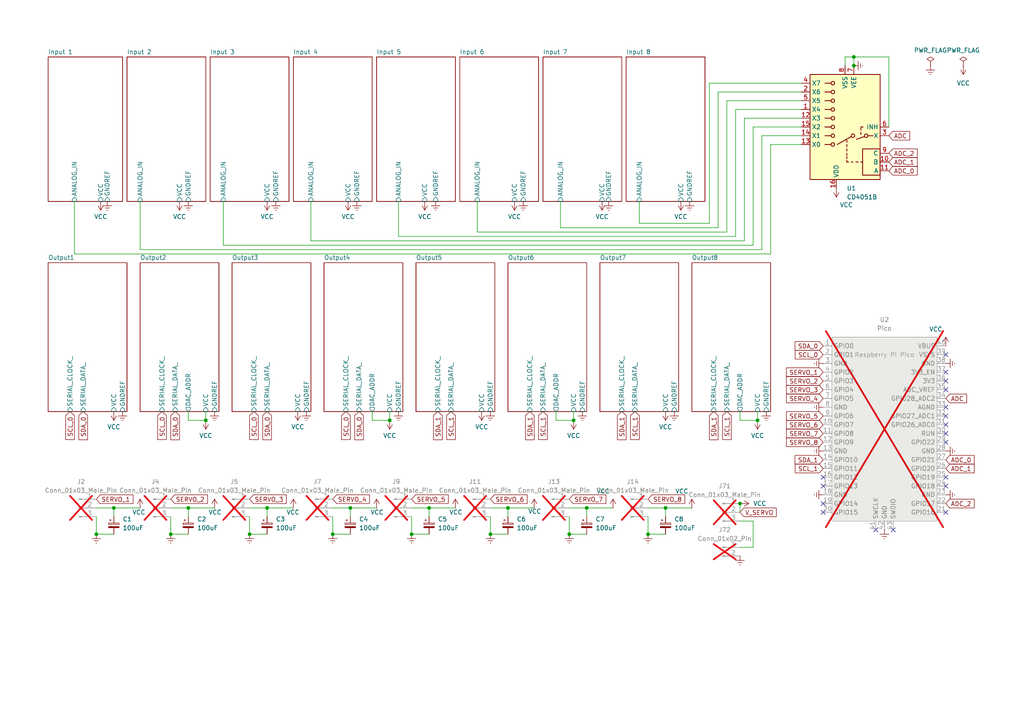
<source format=kicad_sch>
(kicad_sch (version 20250114) (generator "eeschema") (generator_version "9.0")
  (paper "A4")
  (lib_symbols
    (symbol "Analog_Switch:CD4051B"
      (property "Reference" "U" (at -10.16 16.51 0))
      (property "Value" "CD4051B" (at 3.81 16.51 0))
      (symbol "CD4051B_0_1"
        (rectangle (start -10.16 15.24) (end 10.16 -15.24) (stroke (width 0.254)) (fill (type background)))
        (rectangle (start -10.16 6.35) (end -5.08 13.97) (stroke (width 0.254)))
        (polyline (pts (xy -8.128 2.54) (xy -6.604 2.54)) (stroke (width 0.254)))
        (circle (center -6.096 2.54) (radius 0.508) (stroke (width 0.254)))
        (polyline (pts (xy -5.588 2.794) (xy -3.302 3.556)) (stroke (width 0.254)))
        (polyline (pts (xy -4.572 10.16) (xy -5.08 10.16)) (stroke (width 0.254)))
        (polyline (pts (xy -4.572 1.524) (xy -4.572 2.159)) (stroke (width 0.254)))
        (polyline (pts (xy -4.572 0.254) (xy -4.572 0.889)) (stroke (width 0.254)))
        (polyline (pts (xy -4.572 0) (xy -5.207 0)) (stroke (width 0.254)))
        (polyline (pts (xy -3.81 10.16) (xy -3.175 10.16)) (stroke (width 0.254)))
        (circle (center -2.286 2.54) (radius 0.508) (stroke (width 0.254)))
        (polyline (pts (xy -1.778 10.16) (xy -2.286 10.16)) (stroke (width 0.254)))
        (polyline (pts (xy -1.778 2.794) (xy 2.286 5.08)) (stroke (width 0.254)))
        (polyline (pts (xy -0.508 10.16) (xy -1.016 10.16)) (stroke (width 0.254)))
        (polyline (pts (xy -0.508 9.652) (xy -0.508 10.16)) (stroke (width 0.254)))
        (polyline (pts (xy -0.508 8.636) (xy -0.508 9.144)) (stroke (width 0.254)))
        (polyline (pts (xy -0.508 7.62) (xy -0.508 8.255)) (stroke (width 0.254)))
        (polyline (pts (xy -0.508 6.35) (xy -0.508 6.985)) (stroke (width 0.254)))
        (polyline (pts (xy -0.508 5.08) (xy -0.508 5.715)) (stroke (width 0.254)))
        (polyline (pts (xy -0.508 3.81) (xy -0.508 4.445)) (stroke (width 0.254)))
        (circle (center 3.556 5.08) (radius 0.508) (stroke (width 0.254)))
        (circle (center 3.556 2.54) (radius 0.508) (stroke (width 0.254)))
        (circle (center 3.556 0) (radius 0.508) (stroke (width 0.254)))
        (circle (center 3.556 -2.54) (radius 0.508) (stroke (width 0.254)))
        (circle (center 3.556 -5.08) (radius 0.508) (stroke (width 0.254)))
        (circle (center 3.556 -7.62) (radius 0.508) (stroke (width 0.254)))
        (circle (center 3.556 -10.16) (radius 0.508) (stroke (width 0.254)))
        (circle (center 3.556 -12.7) (radius 0.508) (stroke (width 0.254)))
        (polyline (pts (xy 4.064 5.08) (xy 5.842 5.08)) (stroke (width 0.254)))
        (polyline (pts (xy 4.064 2.54) (xy 5.842 2.54)) (stroke (width 0.254)))
        (polyline (pts (xy 4.064 0) (xy 5.842 0)) (stroke (width 0.254)))
        (polyline (pts (xy 4.064 -2.54) (xy 5.842 -2.54)) (stroke (width 0.254)))
        (polyline (pts (xy 4.064 -5.08) (xy 5.842 -5.08)) (stroke (width 0.254)))
        (polyline (pts (xy 4.064 -7.62) (xy 5.842 -7.62)) (stroke (width 0.254)))
        (polyline (pts (xy 4.064 -10.16) (xy 5.842 -10.16)) (stroke (width 0.254)))
        (polyline (pts (xy 4.064 -12.7) (xy 5.842 -12.7)) (stroke (width 0.254)))
      )
      (symbol "CD4051B_1_1"
        (pin input line (at -12.7 12.7 0) (length 2.54) (name "A") (number "11"))
        (pin input line (at -12.7 10.16 0) (length 2.54) (name "B") (number "10"))
        (pin input line (at -12.7 7.62 0) (length 2.54) (name "C") (number "9"))
        (pin bidirectional line (at -12.7 2.54 0) (length 2.54) (name "X") (number "3"))
        (pin input line (at -12.7 0 0) (length 2.54) (name "INH") (number "6"))
        (pin power_in line (at -2.54 -17.78 90) (length 2.54) (name "VEE") (number "7"))
        (pin power_in line (at 0 -17.78 90) (length 2.54) (name "VSS") (number "8"))
        (pin power_in line (at 2.54 17.78 270) (length 2.54) (name "VDD") (number "16"))
        (pin bidirectional line (at 12.7 5.08 180) (length 2.54) (name "X0") (number "13"))
        (pin bidirectional line (at 12.7 2.54 180) (length 2.54) (name "X1") (number "14"))
        (pin bidirectional line (at 12.7 0 180) (length 2.54) (name "X2") (number "15"))
        (pin bidirectional line (at 12.7 -2.54 180) (length 2.54) (name "X3") (number "12"))
        (pin bidirectional line (at 12.7 -5.08 180) (length 2.54) (name "X4") (number "1"))
        (pin bidirectional line (at 12.7 -7.62 180) (length 2.54) (name "X5") (number "5"))
        (pin bidirectional line (at 12.7 -10.16 180) (length 2.54) (name "X6") (number "2"))
        (pin bidirectional line (at 12.7 -12.7 180) (length 2.54) (name "X7") (number "4"))
      )
    )
    (symbol "Connector:Conn_01x02_Pin" (pin_names (offset 1.016) (hide yes))
      (property "Reference" "J" (at 0 2.54 0))
      (property "Value" "Conn_01x02_Pin" (at 0 -5.08 0))
      (symbol "Conn_01x02_Pin_1_1"
        (rectangle (start 0.8636 0.127) (end 0 -0.127) (stroke (width 0.1524)) (fill (type outline)))
        (rectangle (start 0.8636 -2.413) (end 0 -2.667) (stroke (width 0.1524)) (fill (type outline)))
        (polyline (pts (xy 1.27 0) (xy 0.8636 0)) (stroke (width 0.1524)))
        (polyline (pts (xy 1.27 -2.54) (xy 0.8636 -2.54)) (stroke (width 0.1524)))
        (pin passive line (at 5.08 0 180) (length 3.81) (name "Pin_1") (number "1"))
        (pin passive line (at 5.08 -2.54 180) (length 3.81) (name "Pin_2") (number "2"))
      )
    )
    (symbol "Connector:Conn_01x03_Pin" (pin_names (offset 1.016) (hide yes))
      (property "Reference" "J" (at 0 5.08 0))
      (property "Value" "Conn_01x03_Pin" (at 0 -5.08 0))
      (symbol "Conn_01x03_Pin_1_1"
        (rectangle (start 0.8636 2.667) (end 0 2.413) (stroke (width 0.1524)) (fill (type outline)))
        (rectangle (start 0.8636 0.127) (end 0 -0.127) (stroke (width 0.1524)) (fill (type outline)))
        (rectangle (start 0.8636 -2.413) (end 0 -2.667) (stroke (width 0.1524)) (fill (type outline)))
        (polyline (pts (xy 1.27 2.54) (xy 0.8636 2.54)) (stroke (width 0.1524)))
        (polyline (pts (xy 1.27 0) (xy 0.8636 0)) (stroke (width 0.1524)))
        (polyline (pts (xy 1.27 -2.54) (xy 0.8636 -2.54)) (stroke (width 0.1524)))
        (pin passive line (at 5.08 2.54 180) (length 3.81) (name "Pin_1") (number "1"))
        (pin passive line (at 5.08 0 180) (length 3.81) (name "Pin_2") (number "2"))
        (pin passive line (at 5.08 -2.54 180) (length 3.81) (name "Pin_3") (number "3"))
      )
    )
    (symbol "Device:C_Polarized_Small" (pin_numbers (hide yes)) (pin_names (offset 0.254) (hide yes))
      (property "Reference" "C" (at 0.254 1.778 0))
      (property "Value" "C_Polarized_Small" (at 0.254 -2.032 0))
      (symbol "C_Polarized_Small_0_1"
        (rectangle (start -1.524 0.6858) (end 1.524 0.3048))
        (rectangle (start -1.524 -0.3048) (end 1.524 -0.6858) (fill (type outline)))
        (polyline (pts (xy -1.27 1.524) (xy -0.762 1.524)))
        (polyline (pts (xy -1.016 1.27) (xy -1.016 1.778)))
      )
      (symbol "C_Polarized_Small_1_1"
        (pin passive line (at 0 2.54 270) (length 1.8542) (name "~") (number "1"))
        (pin passive line (at 0 -2.54 90) (length 1.8542) (name "~") (number "2"))
      )
    )
    (symbol "MCU_RaspberryPi_and_Boards:Pico"
      (property "Reference" "U" (at -13.97 27.94 0))
      (property "Value" "Pico" (at 0 19.05 0))
      (symbol "Pico_0_0"
        (text "Raspberry Pi Pico" (at 0 21.59 0) (effects (font (size 1.27 1.27))))
      )
      (symbol "Pico_0_1"
        (rectangle (start -15.24 26.67) (end 15.24 -26.67) (fill (type background)))
      )
      (symbol "Pico_1_1"
        (pin bidirectional line (at -17.78 24.13 0) (length 2.54) (name "GPIO0") (number "1"))
        (pin bidirectional line (at -17.78 21.59 0) (length 2.54) (name "GPIO1") (number "2"))
        (pin power_in line (at -17.78 19.05 0) (length 2.54) (name "GND") (number "3"))
        (pin bidirectional line (at -17.78 16.51 0) (length 2.54) (name "GPIO2") (number "4"))
        (pin bidirectional line (at -17.78 13.97 0) (length 2.54) (name "GPIO3") (number "5"))
        (pin bidirectional line (at -17.78 11.43 0) (length 2.54) (name "GPIO4") (number "6"))
        (pin bidirectional line (at -17.78 8.89 0) (length 2.54) (name "GPIO5") (number "7"))
        (pin power_in line (at -17.78 6.35 0) (length 2.54) (name "GND") (number "8"))
        (pin bidirectional line (at -17.78 3.81 0) (length 2.54) (name "GPIO6") (number "9"))
        (pin bidirectional line (at -17.78 1.27 0) (length 2.54) (name "GPIO7") (number "10"))
        (pin bidirectional line (at -17.78 -1.27 0) (length 2.54) (name "GPIO8") (number "11"))
        (pin bidirectional line (at -17.78 -3.81 0) (length 2.54) (name "GPIO9") (number "12"))
        (pin power_in line (at -17.78 -6.35 0) (length 2.54) (name "GND") (number "13"))
        (pin bidirectional line (at -17.78 -8.89 0) (length 2.54) (name "GPIO10") (number "14"))
        (pin bidirectional line (at -17.78 -11.43 0) (length 2.54) (name "GPIO11") (number "15"))
        (pin bidirectional line (at -17.78 -13.97 0) (length 2.54) (name "GPIO12") (number "16"))
        (pin bidirectional line (at -17.78 -16.51 0) (length 2.54) (name "GPIO13") (number "17"))
        (pin power_in line (at -17.78 -19.05 0) (length 2.54) (name "GND") (number "18"))
        (pin bidirectional line (at -17.78 -21.59 0) (length 2.54) (name "GPIO14") (number "19"))
        (pin bidirectional line (at -17.78 -24.13 0) (length 2.54) (name "GPIO15") (number "20"))
        (pin input line (at -2.54 -29.21 90) (length 2.54) (name "SWCLK") (number "41"))
        (pin power_in line (at 0 -29.21 90) (length 2.54) (name "GND") (number "42"))
        (pin bidirectional line (at 2.54 -29.21 90) (length 2.54) (name "SWDIO") (number "43"))
        (pin power_in line (at 17.78 24.13 180) (length 2.54) (name "VBUS") (number "40"))
        (pin power_in line (at 17.78 21.59 180) (length 2.54) (name "VSYS") (number "39"))
        (pin bidirectional line (at 17.78 19.05 180) (length 2.54) (name "GND") (number "38"))
        (pin input line (at 17.78 16.51 180) (length 2.54) (name "3V3_EN") (number "37"))
        (pin power_in line (at 17.78 13.97 180) (length 2.54) (name "3V3") (number "36"))
        (pin power_in line (at 17.78 11.43 180) (length 2.54) (name "ADC_VREF") (number "35"))
        (pin bidirectional line (at 17.78 8.89 180) (length 2.54) (name "GPIO28_ADC2") (number "34"))
        (pin power_in line (at 17.78 6.35 180) (length 2.54) (name "AGND") (number "33"))
        (pin bidirectional line (at 17.78 3.81 180) (length 2.54) (name "GPIO27_ADC1") (number "32"))
        (pin bidirectional line (at 17.78 1.27 180) (length 2.54) (name "GPIO26_ADC0") (number "31"))
        (pin input line (at 17.78 -1.27 180) (length 2.54) (name "RUN") (number "30"))
        (pin bidirectional line (at 17.78 -3.81 180) (length 2.54) (name "GPIO22") (number "29"))
        (pin power_in line (at 17.78 -6.35 180) (length 2.54) (name "GND") (number "28"))
        (pin bidirectional line (at 17.78 -8.89 180) (length 2.54) (name "GPIO21") (number "27"))
        (pin bidirectional line (at 17.78 -11.43 180) (length 2.54) (name "GPIO20") (number "26"))
        (pin bidirectional line (at 17.78 -13.97 180) (length 2.54) (name "GPIO19") (number "25"))
        (pin bidirectional line (at 17.78 -16.51 180) (length 2.54) (name "GPIO18") (number "24"))
        (pin power_in line (at 17.78 -19.05 180) (length 2.54) (name "GND") (number "23"))
        (pin bidirectional line (at 17.78 -21.59 180) (length 2.54) (name "GPIO17") (number "22"))
        (pin bidirectional line (at 17.78 -24.13 180) (length 2.54) (name "GPIO16") (number "21"))
      )
    )
    (symbol "power:GNDREF" (power) (pin_numbers (hide yes)) (pin_names (offset 0) (hide yes))
      (property "Value" "GNDREF" (at 0 -3.81 0))
      (symbol "GNDREF_0_1"
        (polyline (pts (xy -0.635 -1.905) (xy 0.635 -1.905)))
        (polyline (pts (xy -0.127 -2.54) (xy 0.127 -2.54)))
        (polyline (pts (xy 0 -1.27) (xy 0 0)))
        (polyline (pts (xy 1.27 -1.27) (xy -1.27 -1.27)))
      )
      (symbol "GNDREF_1_1"
        (pin power_in line (at 0 0 270) (length 0) (name "~") (number "1"))
      )
    )
    (symbol "power:PWR_FLAG" (power) (pin_numbers (hide yes)) (pin_names (offset 0) (hide yes))
      (property "Value" "PWR_FLAG" (at 0 3.81 0))
      (symbol "PWR_FLAG_0_0"
        (pin power_out line (at 0 0 90) (length 0) (name "~") (number "1"))
      )
      (symbol "PWR_FLAG_0_1"
        (polyline (pts (xy 0 0) (xy 0 1.27) (xy -1.016 1.905) (xy 0 2.54) (xy 1.016 1.905) (xy 0 1.27)))
      )
    )
    (symbol "power:VCC" (power) (pin_numbers (hide yes)) (pin_names (offset 0) (hide yes))
      (property "Value" "VCC" (at 0 3.556 0))
      (symbol "VCC_0_1"
        (polyline (pts (xy -0.762 1.27) (xy 0 2.54)))
        (polyline (pts (xy 0 2.54) (xy 0.762 1.27)))
        (polyline (pts (xy 0 0) (xy 0 2.54)))
      )
      (symbol "VCC_1_1"
        (pin power_in line (at 0 0 90) (length 0) (name "~") (number "1"))
      )
    )
  )
  (junction (at 247.65 16.51))
  (junction (at 247.65 19.05))
  (junction (at 113.03 121.92))
  (junction (at 33.02 147.32))
  (junction (at 214.63 146.05))
  (junction (at 147.32 147.32))
  (junction (at 193.04 147.32))
  (junction (at 101.6 147.32))
  (junction (at 187.96 154.94))
  (junction (at 49.53 154.94))
  (junction (at 119.38 154.94))
  (junction (at 165.1 154.94))
  (junction (at 59.69 121.92))
  (junction (at 142.24 154.94))
  (junction (at 27.94 154.94))
  (junction (at 72.39 154.94))
  (junction (at 77.47 147.32))
  (junction (at 54.61 147.32))
  (junction (at 124.46 147.32))
  (junction (at 170.18 147.32))
  (junction (at 219.71 121.92))
  (junction (at 96.52 154.94))
  (junction (at 166.37 121.92))
  (no_connect (at 238.76 138.43))
  (no_connect (at 254 153.67))
  (no_connect (at 274.32 110.49))
  (no_connect (at 274.32 148.59))
  (no_connect (at 274.32 120.65))
  (no_connect (at 274.32 118.11))
  (no_connect (at 274.32 123.19))
  (no_connect (at 274.32 125.73))
  (no_connect (at 274.32 138.43))
  (no_connect (at 274.32 107.95))
  (no_connect (at 238.76 148.59))
  (no_connect (at 238.76 140.97))
  (no_connect (at 259.08 153.67))
  (no_connect (at 274.32 140.97))
  (no_connect (at 274.32 128.27))
  (no_connect (at 238.76 146.05))
  (no_connect (at 274.32 113.03))
  (no_connect (at 274.32 102.87))
  (wire (pts (xy 119.38 149.86) (xy 119.38 154.94)))
  (wire (pts (xy 218.44 151.13) (xy 218.44 158.75)))
  (wire (pts (xy 187.96 147.32) (xy 193.04 147.32)))
  (wire (pts (xy 107.95 119.38) (xy 107.95 121.92)))
  (wire (pts (xy 245.11 16.51) (xy 245.11 19.05)))
  (wire (pts (xy 54.61 147.32) (xy 62.23 147.32)))
  (wire (pts (xy 115.57 68.58) (xy 213.36 68.58)))
  (wire (pts (xy 72.39 154.94) (xy 77.47 154.94)))
  (wire (pts (xy 165.1 147.32) (xy 170.18 147.32)))
  (wire (pts (xy 147.32 147.32) (xy 154.94 147.32)))
  (wire (pts (xy 40.64 58.42) (xy 40.64 72.39)))
  (wire (pts (xy 185.42 64.77) (xy 205.74 64.77)))
  (wire (pts (xy 113.03 121.92) (xy 107.95 121.92)))
  (wire (pts (xy 208.28 66.04) (xy 162.56 66.04)))
  (wire (pts (xy 232.41 31.75) (xy 213.36 31.75)))
  (wire (pts (xy 119.38 147.32) (xy 124.46 147.32)))
  (wire (pts (xy 21.59 73.66) (xy 223.52 73.66)))
  (wire (pts (xy 213.36 31.75) (xy 213.36 68.58)))
  (wire (pts (xy 208.28 26.67) (xy 208.28 66.04)))
  (wire (pts (xy 115.57 58.42) (xy 115.57 68.58)))
  (wire (pts (xy 170.18 147.32) (xy 177.8 147.32)))
  (wire (pts (xy 96.52 147.32) (xy 101.6 147.32)))
  (wire (pts (xy 219.71 121.92) (xy 214.63 121.92)))
  (wire (pts (xy 210.82 29.21) (xy 210.82 67.31)))
  (wire (pts (xy 147.32 147.32) (xy 147.32 149.86)))
  (wire (pts (xy 245.11 16.51) (xy 247.65 16.51)))
  (wire (pts (xy 101.6 147.32) (xy 101.6 149.86)))
  (wire (pts (xy 232.41 36.83) (xy 218.44 36.83)))
  (wire (pts (xy 218.44 158.75) (xy 214.63 158.75)))
  (wire (pts (xy 33.02 147.32) (xy 33.02 149.86)))
  (wire (pts (xy 27.94 149.86) (xy 27.94 154.94)))
  (wire (pts (xy 170.18 147.32) (xy 170.18 149.86)))
  (wire (pts (xy 219.71 121.92) (xy 219.71 119.38)))
  (wire (pts (xy 119.38 154.94) (xy 124.46 154.94)))
  (wire (pts (xy 27.94 154.94) (xy 33.02 154.94)))
  (wire (pts (xy 162.56 58.42) (xy 162.56 66.04)))
  (wire (pts (xy 33.02 147.32) (xy 40.64 147.32)))
  (wire (pts (xy 90.17 69.85) (xy 215.9 69.85)))
  (wire (pts (xy 223.52 41.91) (xy 223.52 73.66)))
  (wire (pts (xy 214.63 146.05) (xy 214.63 148.59)))
  (wire (pts (xy 205.74 24.13) (xy 205.74 64.77)))
  (wire (pts (xy 166.37 121.92) (xy 166.37 119.38)))
  (wire (pts (xy 165.1 154.94) (xy 170.18 154.94)))
  (wire (pts (xy 27.94 147.32) (xy 33.02 147.32)))
  (wire (pts (xy 166.37 121.92) (xy 161.29 121.92)))
  (wire (pts (xy 142.24 149.86) (xy 142.24 154.94)))
  (wire (pts (xy 232.41 39.37) (xy 220.98 39.37)))
  (wire (pts (xy 161.29 121.92) (xy 161.29 119.38)))
  (wire (pts (xy 193.04 147.32) (xy 193.04 149.86)))
  (wire (pts (xy 49.53 149.86) (xy 49.53 154.94)))
  (wire (pts (xy 49.53 147.32) (xy 54.61 147.32)))
  (wire (pts (xy 232.41 26.67) (xy 208.28 26.67)))
  (wire (pts (xy 232.41 34.29) (xy 215.9 34.29)))
  (wire (pts (xy 72.39 147.32) (xy 77.47 147.32)))
  (wire (pts (xy 214.63 151.13) (xy 218.44 151.13)))
  (wire (pts (xy 187.96 149.86) (xy 187.96 154.94)))
  (wire (pts (xy 77.47 147.32) (xy 85.09 147.32)))
  (wire (pts (xy 138.43 58.42) (xy 138.43 67.31)))
  (wire (pts (xy 185.42 58.42) (xy 185.42 64.77)))
  (wire (pts (xy 142.24 154.94) (xy 147.32 154.94)))
  (wire (pts (xy 215.9 34.29) (xy 215.9 69.85)))
  (wire (pts (xy 214.63 121.92) (xy 214.63 119.38)))
  (wire (pts (xy 72.39 149.86) (xy 72.39 154.94)))
  (wire (pts (xy 232.41 24.13) (xy 205.74 24.13)))
  (wire (pts (xy 54.61 121.92) (xy 54.61 119.38)))
  (wire (pts (xy 218.44 36.83) (xy 218.44 71.12)))
  (wire (pts (xy 187.96 154.94) (xy 193.04 154.94)))
  (wire (pts (xy 59.69 121.92) (xy 59.69 119.38)))
  (wire (pts (xy 54.61 147.32) (xy 54.61 149.86)))
  (wire (pts (xy 96.52 154.94) (xy 101.6 154.94)))
  (wire (pts (xy 142.24 147.32) (xy 147.32 147.32)))
  (wire (pts (xy 124.46 147.32) (xy 132.08 147.32)))
  (wire (pts (xy 232.41 41.91) (xy 223.52 41.91)))
  (wire (pts (xy 59.69 121.92) (xy 54.61 121.92)))
  (wire (pts (xy 90.17 58.42) (xy 90.17 69.85)))
  (wire (pts (xy 247.65 16.51) (xy 257.81 16.51)))
  (wire (pts (xy 49.53 154.94) (xy 54.61 154.94)))
  (wire (pts (xy 64.77 58.42) (xy 64.77 71.12)))
  (wire (pts (xy 220.98 39.37) (xy 220.98 72.39)))
  (wire (pts (xy 113.03 121.92) (xy 113.03 119.38)))
  (wire (pts (xy 101.6 147.32) (xy 109.22 147.32)))
  (wire (pts (xy 257.81 16.51) (xy 257.81 36.83)))
  (wire (pts (xy 193.04 147.32) (xy 200.66 147.32)))
  (wire (pts (xy 64.77 71.12) (xy 218.44 71.12)))
  (wire (pts (xy 96.52 149.86) (xy 96.52 154.94)))
  (wire (pts (xy 247.65 19.05) (xy 247.65 16.51)))
  (wire (pts (xy 232.41 29.21) (xy 210.82 29.21)))
  (wire (pts (xy 21.59 58.42) (xy 21.59 73.66)))
  (wire (pts (xy 165.1 149.86) (xy 165.1 154.94)))
  (wire (pts (xy 124.46 147.32) (xy 124.46 149.86)))
  (wire (pts (xy 77.47 147.32) (xy 77.47 149.86)))
  (wire (pts (xy 210.82 67.31) (xy 138.43 67.31)))
  (wire (pts (xy 40.64 72.39) (xy 220.98 72.39)))
  (global_label "SCL_1" (shape input) (at 157.48 119.38 270) (property "Intersheetrefs" "${INTERSHEET_REFS}" (effects (hide yes))))
  (global_label "SERVO_7" (shape input) (at 238.76 125.73 180) (property "Intersheetrefs" "${INTERSHEET_REFS}" (effects (hide yes))))
  (global_label "SDA_1" (shape input) (at 153.67 119.38 270) (property "Intersheetrefs" "${INTERSHEET_REFS}" (effects (hide yes))))
  (global_label "SERVO_5" (shape input) (at 119.38 144.78 0) (property "Intersheetrefs" "${INTERSHEET_REFS}" (effects (hide yes))))
  (global_label "SDA_0" (shape input) (at 24.13 119.38 270) (property "Intersheetrefs" "${INTERSHEET_REFS}" (effects (hide yes))))
  (global_label "SDA_0" (shape input) (at 104.14 119.38 270) (property "Intersheetrefs" "${INTERSHEET_REFS}" (effects (hide yes))))
  (global_label "ADC_1" (shape input) (at 257.81 46.99 0) (property "Intersheetrefs" "${INTERSHEET_REFS}" (effects (hide yes))))
  (global_label "SDA_1" (shape input) (at 127 119.38 270) (property "Intersheetrefs" "${INTERSHEET_REFS}" (effects (hide yes))))
  (global_label "SDA_1" (shape input) (at 238.76 133.35 180) (property "Intersheetrefs" "${INTERSHEET_REFS}" (effects (hide yes))))
  (global_label "SERVO_1" (shape input) (at 238.76 107.95 180) (property "Intersheetrefs" "${INTERSHEET_REFS}" (effects (hide yes))))
  (global_label "SERVO_3" (shape input) (at 72.39 144.78 0) (property "Intersheetrefs" "${INTERSHEET_REFS}" (effects (hide yes))))
  (global_label "SDA_0" (shape input) (at 77.47 119.38 270) (property "Intersheetrefs" "${INTERSHEET_REFS}" (effects (hide yes))))
  (global_label "SERVO_4" (shape input) (at 238.76 115.57 180) (property "Intersheetrefs" "${INTERSHEET_REFS}" (effects (hide yes))))
  (global_label "ADC_0" (shape input) (at 274.32 133.35 0) (property "Intersheetrefs" "${INTERSHEET_REFS}" (effects (hide yes))))
  (global_label "SCL_0" (shape input) (at 100.33 119.38 270) (property "Intersheetrefs" "${INTERSHEET_REFS}" (effects (hide yes))))
  (global_label "ADC" (shape input) (at 257.81 39.37 0) (property "Intersheetrefs" "${INTERSHEET_REFS}" (effects (hide yes))))
  (global_label "ADC_1" (shape input) (at 274.32 135.89 0) (property "Intersheetrefs" "${INTERSHEET_REFS}" (effects (hide yes))))
  (global_label "SERVO_8" (shape input) (at 238.76 128.27 180) (property "Intersheetrefs" "${INTERSHEET_REFS}" (effects (hide yes))))
  (global_label "SDA_1" (shape input) (at 207.01 119.38 270) (property "Intersheetrefs" "${INTERSHEET_REFS}" (effects (hide yes))))
  (global_label "SDA_1" (shape input) (at 180.34 119.38 270) (property "Intersheetrefs" "${INTERSHEET_REFS}" (effects (hide yes))))
  (global_label "SERVO_2" (shape input) (at 238.76 110.49 180) (property "Intersheetrefs" "${INTERSHEET_REFS}" (effects (hide yes))))
  (global_label "SERVO_5" (shape input) (at 238.76 120.65 180) (property "Intersheetrefs" "${INTERSHEET_REFS}" (effects (hide yes))))
  (global_label "SCL_0" (shape input) (at 20.32 119.38 270) (property "Intersheetrefs" "${INTERSHEET_REFS}" (effects (hide yes))))
  (global_label "SCL_0" (shape input) (at 238.76 102.87 180) (property "Intersheetrefs" "${INTERSHEET_REFS}" (effects (hide yes))))
  (global_label "SCL_1" (shape input) (at 210.82 119.38 270) (property "Intersheetrefs" "${INTERSHEET_REFS}" (effects (hide yes))))
  (global_label "ADC_0" (shape input) (at 257.81 49.53 0) (property "Intersheetrefs" "${INTERSHEET_REFS}" (effects (hide yes))))
  (global_label "SERVO_6" (shape input) (at 238.76 123.19 180) (property "Intersheetrefs" "${INTERSHEET_REFS}" (effects (hide yes))))
  (global_label "ADC_2" (shape input) (at 257.81 44.45 0) (property "Intersheetrefs" "${INTERSHEET_REFS}" (effects (hide yes))))
  (global_label "SERVO_6" (shape input) (at 142.24 144.78 0) (property "Intersheetrefs" "${INTERSHEET_REFS}" (effects (hide yes))))
  (global_label "SERVO_7" (shape input) (at 165.1 144.78 0) (property "Intersheetrefs" "${INTERSHEET_REFS}" (effects (hide yes))))
  (global_label "SERVO_4" (shape input) (at 96.52 144.78 0) (property "Intersheetrefs" "${INTERSHEET_REFS}" (effects (hide yes))))
  (global_label "SDA_0" (shape input) (at 238.76 100.33 180) (property "Intersheetrefs" "${INTERSHEET_REFS}" (effects (hide yes))))
  (global_label "ADC_2" (shape input) (at 274.32 146.05 0) (property "Intersheetrefs" "${INTERSHEET_REFS}" (effects (hide yes))))
  (global_label "SCL_0" (shape input) (at 46.99 119.38 270) (property "Intersheetrefs" "${INTERSHEET_REFS}" (effects (hide yes))))
  (global_label "SCL_0" (shape input) (at 73.66 119.38 270) (property "Intersheetrefs" "${INTERSHEET_REFS}" (effects (hide yes))))
  (global_label "V_SERVO" (shape input) (at 214.63 148.59 0) (property "Intersheetrefs" "${INTERSHEET_REFS}" (effects (hide yes))))
  (global_label "SCL_1" (shape input) (at 130.81 119.38 270) (property "Intersheetrefs" "${INTERSHEET_REFS}" (effects (hide yes))))
  (global_label "SDA_0" (shape input) (at 50.8 119.38 270) (property "Intersheetrefs" "${INTERSHEET_REFS}" (effects (hide yes))))
  (global_label "SERVO_8" (shape input) (at 187.96 144.78 0) (property "Intersheetrefs" "${INTERSHEET_REFS}" (effects (hide yes))))
  (global_label "SERVO_1" (shape input) (at 27.94 144.78 0) (property "Intersheetrefs" "${INTERSHEET_REFS}" (effects (hide yes))))
  (global_label "SCL_1" (shape input) (at 184.15 119.38 270) (property "Intersheetrefs" "${INTERSHEET_REFS}" (effects (hide yes))))
  (global_label "SCL_1" (shape input) (at 238.76 135.89 180) (property "Intersheetrefs" "${INTERSHEET_REFS}" (effects (hide yes))))
  (global_label "ADC" (shape input) (at 274.32 115.57 0) (property "Intersheetrefs" "${INTERSHEET_REFS}" (effects (hide yes))))
  (global_label "SERVO_2" (shape input) (at 49.53 144.78 0) (property "Intersheetrefs" "${INTERSHEET_REFS}" (effects (hide yes))))
  (global_label "SERVO_3" (shape input) (at 238.76 113.03 180) (property "Intersheetrefs" "${INTERSHEET_REFS}" (effects (hide yes))))
  (symbol (lib_id "Device:C_Polarized_Small") (at 54.61 152.4 0) (unit 1)
    (property "Reference" "C2" (at 57.15 150.5838 0) (effects (justify left)))
    (property "Value" "100uF" (at 57.15 153.1238 0) (effects (justify left)))
    (property "Footprint" "Capacitor_THT:CP_Radial_D5.0mm_P2.50mm" (effects (hide yes)))
    (property "Description" "Polarized capacitor, small symbol" (effects (hide yes)))
  )
  (symbol (lib_id "power:GNDREF") (at 27.94 154.94 0) (unit 1)
    (property "Reference" "#PWR06" (effects (hide yes)))
    (property "Value" "GNDREF" (effects (hide yes)))
    (property "Description" "Power symbol creates a global label with name \"GNDREF\" , reference supply ground" (effects (hide yes)))
  )
  (symbol (lib_id "Device:C_Polarized_Small") (at 101.6 152.4 0) (unit 1)
    (property "Reference" "C4" (at 104.14 150.5838 0) (effects (justify left)))
    (property "Value" "100uF" (at 104.14 153.1238 0) (effects (justify left)))
    (property "Footprint" "Capacitor_THT:CP_Radial_D5.0mm_P2.50mm" (effects (hide yes)))
    (property "Description" "Polarized capacitor, small symbol" (effects (hide yes)))
  )
  (symbol (lib_id "power:VCC") (at 40.64 147.32 0) (unit 1)
    (property "Reference" "#PWR029" (effects (hide yes)))
    (property "Value" "VCC" (at 38.354 148.59 0) (effects (justify left)))
    (property "Description" "Power symbol creates a global label with name \"VCC\"" (effects (hide yes)))
  )
  (symbol (lib_id "Connector:Conn_01x03_Pin") (at 44.45 147.32 0) (unit 1) (dnp yes)
    (property "Reference" "J4" (at 45.085 139.7 0))
    (property "Value" "Conn_01x03_Male_Pin" (at 45.085 142.24 0))
    (property "Footprint" "Connector_PinHeader_2.54mm:PinHeader_1x03_P2.54mm_Vertical" (effects (hide yes)))
    (property "Description" "Generic connector, single row, 01x03, script generated" (effects (hide yes)))
  )
  (symbol (lib_id "power:PWR_FLAG") (at 269.875 19.05 0) (unit 1)
    (property "Reference" "#FLG01" (effects (hide yes)))
    (property "Value" "PWR_FLAG" (at 269.875 14.605 0))
    (property "Description" "Special symbol for telling ERC where power comes from" (effects (hide yes)))
  )
  (symbol (lib_id "power:GNDREF") (at 200.025 58.42 0) (unit 1)
    (property "Reference" "#PWR050" (effects (hide yes)))
    (property "Value" "GNDREF" (effects (hide yes)))
    (property "Description" "Power symbol creates a global label with name \"GNDREF\" , reference supply ground" (effects (hide yes)))
  )
  (symbol (lib_id "power:VCC") (at 85.09 147.32 0) (unit 1)
    (property "Reference" "#PWR022" (effects (hide yes)))
    (property "Value" "VCC" (at 83.058 148.59 0) (effects (justify left)))
    (property "Description" "Power symbol creates a global label with name \"VCC\"" (effects (hide yes)))
  )
  (symbol (lib_id "power:GNDREF") (at 274.32 143.51 90) (unit 1)
    (property "Reference" "#PWR065" (effects (hide yes)))
    (property "Value" "GNDREF" (effects (hide yes)))
    (property "Description" "Power symbol creates a global label with name \"GNDREF\" , reference supply ground" (effects (hide yes)))
  )
  (symbol (lib_id "power:PWR_FLAG") (at 279.4 19.05 0) (unit 1)
    (property "Reference" "#FLG02" (effects (hide yes)))
    (property "Value" "PWR_FLAG" (at 279.4 14.605 0))
    (property "Description" "Special symbol for telling ERC where power comes from" (effects (hide yes)))
  )
  (symbol (lib_id "power:GNDREF") (at 151.765 58.42 0) (unit 1)
    (property "Reference" "#PWR040" (effects (hide yes)))
    (property "Value" "GNDREF" (effects (hide yes)))
    (property "Description" "Power symbol creates a global label with name \"GNDREF\" , reference supply ground" (effects (hide yes)))
  )
  (symbol (lib_id "Connector:Conn_01x03_Pin") (at 22.86 147.32 0) (unit 1) (dnp yes)
    (property "Reference" "J2" (at 23.495 139.7 0))
    (property "Value" "Conn_01x03_Male_Pin" (at 23.495 142.24 0))
    (property "Footprint" "Connector_PinHeader_2.54mm:PinHeader_1x03_P2.54mm_Vertical" (effects (hide yes)))
    (property "Description" "Generic connector, single row, 01x03, script generated" (effects (hide yes)))
  )
  (symbol (lib_id "power:GNDREF") (at 62.23 119.38 0) (unit 1)
    (property "Reference" "#PWR014" (effects (hide yes)))
    (property "Value" "GNDREF" (effects (hide yes)))
    (property "Description" "Power symbol creates a global label with name \"GNDREF\" , reference supply ground" (effects (hide yes)))
  )
  (symbol (lib_id "power:VCC") (at 59.69 121.92 180) (unit 1)
    (property "Reference" "#PWR013" (effects (hide yes)))
    (property "Value" "VCC" (at 59.69 126.365 0))
    (property "Description" "Power symbol creates a global label with name \"VCC\"" (effects (hide yes)))
  )
  (symbol (lib_id "power:GNDREF") (at 96.52 154.94 0) (unit 1)
    (property "Reference" "#PWR020" (effects (hide yes)))
    (property "Value" "GNDREF" (effects (hide yes)))
    (property "Description" "Power symbol creates a global label with name \"GNDREF\" , reference supply ground" (effects (hide yes)))
  )
  (symbol (lib_id "power:VCC") (at 52.07 58.42 180) (unit 1)
    (property "Reference" "#PWR09" (effects (hide yes)))
    (property "Value" "VCC" (at 52.07 62.865 0))
    (property "Description" "Power symbol creates a global label with name \"VCC\"" (effects (hide yes)))
  )
  (symbol (lib_id "power:GNDREF") (at 168.91 119.38 0) (unit 1)
    (property "Reference" "#PWR044" (effects (hide yes)))
    (property "Value" "GNDREF" (effects (hide yes)))
    (property "Description" "Power symbol creates a global label with name \"GNDREF\" , reference supply ground" (effects (hide yes)))
  )
  (symbol (lib_id "power:VCC") (at 197.485 58.42 180) (unit 1)
    (property "Reference" "#PWR048" (effects (hide yes)))
    (property "Value" "VCC" (at 197.485 62.865 0))
    (property "Description" "Power symbol creates a global label with name \"VCC\"" (effects (hide yes)))
  )
  (symbol (lib_id "power:GNDREF") (at 222.25 119.38 0) (unit 1)
    (property "Reference" "#PWR052" (effects (hide yes)))
    (property "Value" "GNDREF" (effects (hide yes)))
    (property "Description" "Power symbol creates a global label with name \"GNDREF\" , reference supply ground" (effects (hide yes)))
  )
  (symbol (lib_id "power:GNDREF") (at 238.76 143.51 270) (unit 1)
    (property "Reference" "#PWR056" (effects (hide yes)))
    (property "Value" "GNDREF" (effects (hide yes)))
    (property "Description" "Power symbol creates a global label with name \"GNDREF\" , reference supply ground" (effects (hide yes)))
  )
  (symbol (lib_id "power:GNDREF") (at 142.24 119.38 0) (unit 1)
    (property "Reference" "#PWR037" (effects (hide yes)))
    (property "Value" "GNDREF" (effects (hide yes)))
    (property "Description" "Power symbol creates a global label with name \"GNDREF\" , reference supply ground" (effects (hide yes)))
  )
  (symbol (lib_id "power:VCC") (at 62.23 147.32 0) (unit 1)
    (property "Reference" "#PWR026" (effects (hide yes)))
    (property "Value" "VCC" (at 60.452 148.59 0) (effects (justify left)))
    (property "Description" "Power symbol creates a global label with name \"VCC\"" (effects (hide yes)))
  )
  (symbol (lib_id "power:VCC") (at 279.4 19.05 180) (unit 1)
    (property "Reference" "#PWR066" (effects (hide yes)))
    (property "Value" "VCC" (at 279.4 24.13 0))
    (property "Description" "Power symbol creates a global label with name \"VCC\"" (effects (hide yes)))
  )
  (symbol (lib_id "power:VCC") (at 100.965 58.42 180) (unit 1)
    (property "Reference" "#PWR023" (effects (hide yes)))
    (property "Value" "VCC" (at 100.965 62.865 0))
    (property "Description" "Power symbol creates a global label with name \"VCC\"" (effects (hide yes)))
  )
  (symbol (lib_id "power:VCC") (at 154.94 147.32 0) (unit 1)
    (property "Reference" "#PWR033" (effects (hide yes)))
    (property "Value" "VCC" (at 153.162 148.336 0) (effects (justify left)))
    (property "Description" "Power symbol creates a global label with name \"VCC\"" (effects (hide yes)))
  )
  (symbol (lib_id "power:VCC") (at 29.21 58.42 180) (unit 1)
    (property "Reference" "#PWR02" (effects (hide yes)))
    (property "Value" "VCC" (at 29.21 62.865 0))
    (property "Description" "Power symbol creates a global label with name \"VCC\"" (effects (hide yes)))
  )
  (symbol (lib_id "power:GNDREF") (at 31.115 58.42 0) (unit 1)
    (property "Reference" "#PWR03" (effects (hide yes)))
    (property "Value" "GNDREF" (effects (hide yes)))
    (property "Description" "Power symbol creates a global label with name \"GNDREF\" , reference supply ground" (effects (hide yes)))
  )
  (symbol (lib_id "power:GNDREF") (at 88.9 119.38 0) (unit 1)
    (property "Reference" "#PWR021" (effects (hide yes)))
    (property "Value" "GNDREF" (effects (hide yes)))
    (property "Description" "Power symbol creates a global label with name \"GNDREF\" , reference supply ground" (effects (hide yes)))
  )
  (symbol (lib_id "power:VCC") (at 33.02 119.38 180) (unit 1)
    (property "Reference" "#PWR05" (effects (hide yes)))
    (property "Value" "VCC" (at 33.02 123.825 0))
    (property "Description" "Power symbol creates a global label with name \"VCC\"" (effects (hide yes)))
  )
  (symbol (lib_id "Connector:Conn_01x03_Pin") (at 91.44 147.32 0) (unit 1) (dnp yes)
    (property "Reference" "J7" (at 92.075 139.7 0))
    (property "Value" "Conn_01x03_Male_Pin" (at 92.075 142.24 0))
    (property "Footprint" "Connector_PinHeader_2.54mm:PinHeader_1x03_P2.54mm_Vertical" (effects (hide yes)))
    (property "Description" "Generic connector, single row, 01x03, script generated" (effects (hide yes)))
  )
  (symbol (lib_id "power:VCC") (at 123.19 58.42 180) (unit 1)
    (property "Reference" "#PWR030" (effects (hide yes)))
    (property "Value" "VCC" (at 123.19 62.865 0))
    (property "Description" "Power symbol creates a global label with name \"VCC\"" (effects (hide yes)))
  )
  (symbol (lib_id "Device:C_Polarized_Small") (at 33.02 152.4 0) (unit 1)
    (property "Reference" "C1" (at 35.56 150.5838 0) (effects (justify left)))
    (property "Value" "100uF" (at 35.56 153.1238 0) (effects (justify left)))
    (property "Footprint" "Capacitor_THT:CP_Radial_D5.0mm_P2.50mm" (effects (hide yes)))
    (property "Description" "Polarized capacitor, small symbol" (effects (hide yes)))
  )
  (symbol (lib_id "MCU_RaspberryPi_and_Boards:Pico") (at 256.54 124.46 0) (unit 1) (dnp yes)
    (property "Reference" "U2" (at 256.54 92.71 0))
    (property "Value" "Pico" (at 256.54 95.25 0))
    (property "Footprint" "MCU_RaspberryPi_and_Boards:RPi_Pico_SMD_TH" (effects (hide yes)))
  )
  (symbol (lib_id "Connector:Conn_01x03_Pin") (at 67.31 147.32 0) (unit 1) (dnp yes)
    (property "Reference" "J5" (at 67.945 139.7 0))
    (property "Value" "Conn_01x03_Male_Pin" (at 67.945 142.24 0))
    (property "Footprint" "Connector_PinHeader_2.54mm:PinHeader_1x03_P2.54mm_Vertical" (effects (hide yes)))
    (property "Description" "Generic connector, single row, 01x03, script generated" (effects (hide yes)))
  )
  (symbol (lib_id "power:GNDREF") (at 103.505 58.42 0) (unit 1)
    (property "Reference" "#PWR024" (effects (hide yes)))
    (property "Value" "GNDREF" (effects (hide yes)))
    (property "Description" "Power symbol creates a global label with name \"GNDREF\" , reference supply ground" (effects (hide yes)))
  )
  (symbol (lib_id "power:GNDREF") (at 176.53 58.42 0) (unit 1)
    (property "Reference" "#PWR046" (effects (hide yes)))
    (property "Value" "GNDREF" (effects (hide yes)))
    (property "Description" "Power symbol creates a global label with name \"GNDREF\" , reference supply ground" (effects (hide yes)))
  )
  (symbol (lib_id "power:VCC") (at 149.225 58.42 180) (unit 1)
    (property "Reference" "#PWR039" (effects (hide yes)))
    (property "Value" "VCC" (at 149.225 62.865 0))
    (property "Description" "Power symbol creates a global label with name \"VCC\"" (effects (hide yes)))
  )
  (symbol (lib_id "power:GNDREF") (at 238.76 118.11 270) (unit 1)
    (property "Reference" "#PWR054" (effects (hide yes)))
    (property "Value" "GNDREF" (effects (hide yes)))
    (property "Description" "Power symbol creates a global label with name \"GNDREF\" , reference supply ground" (effects (hide yes)))
  )
  (symbol (lib_id "power:GNDREF") (at 274.32 105.41 90) (unit 1)
    (property "Reference" "#PWR063" (effects (hide yes)))
    (property "Value" "GNDREF" (effects (hide yes)))
    (property "Description" "Power symbol creates a global label with name \"GNDREF\" , reference supply ground" (effects (hide yes)))
  )
  (symbol (lib_id "power:GNDREF") (at 238.76 105.41 270) (unit 1)
    (property "Reference" "#PWR053" (effects (hide yes)))
    (property "Value" "GNDREF" (effects (hide yes)))
    (property "Description" "Power symbol creates a global label with name \"GNDREF\" , reference supply ground" (effects (hide yes)))
  )
  (symbol (lib_id "power:VCC") (at 166.37 121.92 180) (unit 1)
    (property "Reference" "#PWR043" (effects (hide yes)))
    (property "Value" "VCC" (at 166.37 126.365 0))
    (property "Description" "Power symbol creates a global label with name \"VCC\"" (effects (hide yes)))
  )
  (symbol (lib_id "Device:C_Polarized_Small") (at 147.32 152.4 0) (unit 1)
    (property "Reference" "C6" (at 149.86 150.5838 0) (effects (justify left)))
    (property "Value" "100uF" (at 149.86 153.1238 0) (effects (justify left)))
    (property "Footprint" "Capacitor_THT:CP_Radial_D5.0mm_P2.50mm" (effects (hide yes)))
    (property "Description" "Polarized capacitor, small symbol" (effects (hide yes)))
  )
  (symbol (lib_id "power:VCC") (at 139.7 119.38 180) (unit 1)
    (property "Reference" "#PWR035" (effects (hide yes)))
    (property "Value" "VCC" (at 139.7 123.825 0))
    (property "Description" "Power symbol creates a global label with name \"VCC\"" (effects (hide yes)))
  )
  (symbol (lib_id "power:VCC") (at 113.03 121.92 180) (unit 1)
    (property "Reference" "#PWR027" (effects (hide yes)))
    (property "Value" "VCC" (at 113.03 126.365 0))
    (property "Description" "Power symbol creates a global label with name \"VCC\"" (effects (hide yes)))
  )
  (symbol (lib_id "power:GNDREF") (at 165.1 154.94 0) (unit 1)
    (property "Reference" "#PWR036" (effects (hide yes)))
    (property "Value" "GNDREF" (effects (hide yes)))
    (property "Description" "Power symbol creates a global label with name \"GNDREF\" , reference supply ground" (effects (hide yes)))
  )
  (symbol (lib_id "power:GNDREF") (at 195.58 119.38 0) (unit 1)
    (property "Reference" "#PWR049" (effects (hide yes)))
    (property "Value" "GNDREF" (effects (hide yes)))
    (property "Description" "Power symbol creates a global label with name \"GNDREF\" , reference supply ground" (effects (hide yes)))
  )
  (symbol (lib_id "power:VCC") (at 193.04 119.38 180) (unit 1)
    (property "Reference" "#PWR047" (effects (hide yes)))
    (property "Value" "VCC" (at 193.04 123.825 0))
    (property "Description" "Power symbol creates a global label with name \"VCC\"" (effects (hide yes)))
  )
  (symbol (lib_id "power:VCC") (at 200.66 147.32 0) (unit 1)
    (property "Reference" "#PWR01" (effects (hide yes)))
    (property "Value" "VCC" (at 195.834 142.494 0) (effects (justify left)))
    (property "Description" "Power symbol creates a global label with name \"VCC\"" (effects (hide yes)))
  )
  (symbol (lib_id "Connector:Conn_01x03_Pin") (at 137.16 147.32 0) (unit 1) (dnp yes)
    (property "Reference" "J11" (at 137.795 139.7 0))
    (property "Value" "Conn_01x03_Male_Pin" (at 137.795 142.24 0))
    (property "Footprint" "Connector_PinHeader_2.54mm:PinHeader_1x03_P2.54mm_Vertical" (effects (hide yes)))
    (property "Description" "Generic connector, single row, 01x03, script generated" (effects (hide yes)))
  )
  (symbol (lib_id "power:GNDREF") (at 54.61 58.42 0) (unit 1)
    (property "Reference" "#PWR010" (effects (hide yes)))
    (property "Value" "GNDREF" (effects (hide yes)))
    (property "Description" "Power symbol creates a global label with name \"GNDREF\" , reference supply ground" (effects (hide yes)))
  )
  (symbol (lib_id "Device:C_Polarized_Small") (at 124.46 152.4 0) (unit 1)
    (property "Reference" "C5" (at 127 150.5838 0) (effects (justify left)))
    (property "Value" "100uF" (at 127 153.1238 0) (effects (justify left)))
    (property "Footprint" "Capacitor_THT:CP_Radial_D5.0mm_P2.50mm" (effects (hide yes)))
    (property "Description" "Polarized capacitor, small symbol" (effects (hide yes)))
  )
  (symbol (lib_id "power:GNDREF") (at 274.32 130.81 90) (unit 1)
    (property "Reference" "#PWR064" (effects (hide yes)))
    (property "Value" "GNDREF" (effects (hide yes)))
    (property "Description" "Power symbol creates a global label with name \"GNDREF\" , reference supply ground" (effects (hide yes)))
  )
  (symbol (lib_id "Device:C_Polarized_Small") (at 170.18 152.4 0) (unit 1)
    (property "Reference" "C7" (at 172.72 150.5838 0) (effects (justify left)))
    (property "Value" "100uF" (at 172.72 153.1238 0) (effects (justify left)))
    (property "Footprint" "Capacitor_THT:CP_Radial_D5.0mm_P2.50mm" (effects (hide yes)))
    (property "Description" "Polarized capacitor, small symbol" (effects (hide yes)))
  )
  (symbol (lib_id "power:GNDREF") (at 238.76 130.81 270) (unit 1)
    (property "Reference" "#PWR055" (effects (hide yes)))
    (property "Value" "GNDREF" (effects (hide yes)))
    (property "Description" "Power symbol creates a global label with name \"GNDREF\" , reference supply ground" (effects (hide yes)))
  )
  (symbol (lib_id "power:VCC") (at 132.08 147.32 0) (unit 1)
    (property "Reference" "#PWR012" (effects (hide yes)))
    (property "Value" "VCC" (at 130.302 148.59 0) (effects (justify left)))
    (property "Description" "Power symbol creates a global label with name \"VCC\"" (effects (hide yes)))
  )
  (symbol (lib_id "Device:C_Polarized_Small") (at 193.04 152.4 0) (unit 1)
    (property "Reference" "C8" (at 195.58 150.5838 0) (effects (justify left)))
    (property "Value" "100uF" (at 195.58 153.1238 0) (effects (justify left)))
    (property "Footprint" "Capacitor_THT:CP_Radial_D5.0mm_P2.50mm" (effects (hide yes)))
    (property "Description" "Polarized capacitor, small symbol" (effects (hide yes)))
  )
  (symbol (lib_id "power:GNDREF") (at 247.65 19.05 90) (unit 1)
    (property "Reference" "#PWR059" (effects (hide yes)))
    (property "Value" "GNDREF" (effects (hide yes)))
    (property "Description" "Power symbol creates a global label with name \"GNDREF\" , reference supply ground" (effects (hide yes)))
  )
  (symbol (lib_id "power:VCC") (at 242.57 54.61 180) (unit 1)
    (property "Reference" "#PWR058" (effects (hide yes)))
    (property "Value" "VCC" (at 247.396 59.436 0) (effects (justify left)))
    (property "Description" "Power symbol creates a global label with name \"VCC\"" (effects (hide yes)))
  )
  (symbol (lib_id "Connector:Conn_01x03_Pin") (at 160.02 147.32 0) (unit 1) (dnp yes)
    (property "Reference" "J13" (at 160.655 139.7 0))
    (property "Value" "Conn_01x03_Male_Pin" (at 160.655 142.24 0))
    (property "Footprint" "Connector_PinHeader_2.54mm:PinHeader_1x03_P2.54mm_Vertical" (effects (hide yes)))
    (property "Description" "Generic connector, single row, 01x03, script generated" (effects (hide yes)))
  )
  (symbol (lib_id "power:GNDREF") (at 119.38 154.94 0) (unit 1)
    (property "Reference" "#PWR025" (effects (hide yes)))
    (property "Value" "GNDREF" (effects (hide yes)))
    (property "Description" "Power symbol creates a global label with name \"GNDREF\" , reference supply ground" (effects (hide yes)))
  )
  (symbol (lib_id "Connector:Conn_01x03_Pin") (at 182.88 147.32 0) (unit 1) (dnp yes)
    (property "Reference" "J14" (at 183.515 139.7 0))
    (property "Value" "Conn_01x03_Male_Pin" (at 183.515 142.24 0))
    (property "Footprint" "Connector_PinHeader_2.54mm:PinHeader_1x03_P2.54mm_Vertical" (effects (hide yes)))
    (property "Description" "Generic connector, single row, 01x03, script generated" (effects (hide yes)))
  )
  (symbol (lib_id "power:VCC") (at 274.32 100.33 0) (unit 1)
    (property "Reference" "#PWR062" (effects (hide yes)))
    (property "Value" "VCC" (at 269.494 95.504 0) (effects (justify left)))
    (property "Description" "Power symbol creates a global label with name \"VCC\"" (effects (hide yes)))
  )
  (symbol (lib_id "power:GNDREF") (at 49.53 154.94 0) (unit 1)
    (property "Reference" "#PWR011" (effects (hide yes)))
    (property "Value" "GNDREF" (effects (hide yes)))
    (property "Description" "Power symbol creates a global label with name \"GNDREF\" , reference supply ground" (effects (hide yes)))
  )
  (symbol (lib_id "power:VCC") (at 77.47 58.42 180) (unit 1)
    (property "Reference" "#PWR016" (effects (hide yes)))
    (property "Value" "VCC" (at 77.47 62.865 0))
    (property "Description" "Power symbol creates a global label with name \"VCC\"" (effects (hide yes)))
  )
  (symbol (lib_id "power:GNDREF") (at 35.56 119.38 0) (unit 1)
    (property "Reference" "#PWR07" (effects (hide yes)))
    (property "Value" "GNDREF" (effects (hide yes)))
    (property "Description" "Power symbol creates a global label with name \"GNDREF\" , reference supply ground" (effects (hide yes)))
  )
  (symbol (lib_id "power:GNDREF") (at 80.01 58.42 0) (unit 1)
    (property "Reference" "#PWR018" (effects (hide yes)))
    (property "Value" "GNDREF" (effects (hide yes)))
    (property "Description" "Power symbol creates a global label with name \"GNDREF\" , reference supply ground" (effects (hide yes)))
  )
  (symbol (lib_id "power:GNDREF") (at 214.63 161.29 0) (unit 1)
    (property "Reference" "#PWR08" (effects (hide yes)))
    (property "Value" "GNDREF" (effects (hide yes)))
    (property "Description" "Power symbol creates a global label with name \"GNDREF\" , reference supply ground" (effects (hide yes)))
  )
  (symbol (lib_id "power:VCC") (at 86.36 119.38 180) (unit 1)
    (property "Reference" "#PWR019" (effects (hide yes)))
    (property "Value" "VCC" (at 86.36 123.825 0))
    (property "Description" "Power symbol creates a global label with name \"VCC\"" (effects (hide yes)))
  )
  (symbol (lib_id "Device:C_Polarized_Small") (at 77.47 152.4 0) (unit 1)
    (property "Reference" "C3" (at 80.01 150.5838 0) (effects (justify left)))
    (property "Value" "100uF" (at 80.01 153.1238 0) (effects (justify left)))
    (property "Footprint" "Capacitor_THT:CP_Radial_D5.0mm_P2.50mm" (effects (hide yes)))
    (property "Description" "Polarized capacitor, small symbol" (effects (hide yes)))
  )
  (symbol (lib_id "power:VCC") (at 109.22 147.32 0) (unit 1)
    (property "Reference" "#PWR017" (effects (hide yes)))
    (property "Value" "VCC" (at 107.442 148.59 0) (effects (justify left)))
    (property "Description" "Power symbol creates a global label with name \"VCC\"" (effects (hide yes)))
  )
  (symbol (lib_id "power:VCC") (at 174.625 58.42 180) (unit 1)
    (property "Reference" "#PWR045" (effects (hide yes)))
    (property "Value" "VCC" (at 174.625 62.865 0))
    (property "Description" "Power symbol creates a global label with name \"VCC\"" (effects (hide yes)))
  )
  (symbol (lib_id "Connector:Conn_01x03_Pin") (at 114.3 147.32 0) (unit 1) (dnp yes)
    (property "Reference" "J9" (at 114.935 139.7 0))
    (property "Value" "Conn_01x03_Male_Pin" (at 114.935 142.24 0))
    (property "Footprint" "Connector_PinHeader_2.54mm:PinHeader_1x03_P2.54mm_Vertical" (effects (hide yes)))
    (property "Description" "Generic connector, single row, 01x03, script generated" (effects (hide yes)))
  )
  (symbol (lib_id "power:VCC") (at 219.71 121.92 180) (unit 1)
    (property "Reference" "#PWR051" (effects (hide yes)))
    (property "Value" "VCC" (at 219.71 126.365 0))
    (property "Description" "Power symbol creates a global label with name \"VCC\"" (effects (hide yes)))
  )
  (symbol (lib_id "power:VCC") (at 177.8 147.32 0) (unit 1)
    (property "Reference" "#PWR04" (effects (hide yes)))
    (property "Value" "VCC" (at 172.974 142.494 0) (effects (justify left)))
    (property "Description" "Power symbol creates a global label with name \"VCC\"" (effects (hide yes)))
  )
  (symbol (lib_id "power:GNDREF") (at 256.54 153.67 0) (unit 1)
    (property "Reference" "#PWR060" (effects (hide yes)))
    (property "Value" "GNDREF" (effects (hide yes)))
    (property "Description" "Power symbol creates a global label with name \"GNDREF\" , reference supply ground" (effects (hide yes)))
  )
  (symbol (lib_id "power:GNDREF") (at 269.875 19.05 0) (unit 1)
    (property "Reference" "#PWR061" (effects (hide yes)))
    (property "Value" "GNDREF" (effects (hide yes)))
    (property "Description" "Power symbol creates a global label with name \"GNDREF\" , reference supply ground" (effects (hide yes)))
  )
  (symbol (lib_id "power:GNDREF") (at 142.24 154.94 0) (unit 1)
    (property "Reference" "#PWR031" (effects (hide yes)))
    (property "Value" "GNDREF" (effects (hide yes)))
    (property "Description" "Power symbol creates a global label with name \"GNDREF\" , reference supply ground" (effects (hide yes)))
  )
  (symbol (lib_id "power:VCC") (at 214.63 146.05 270) (unit 1)
    (property "Reference" "#PWR0323" (effects (hide yes)))
    (property "Value" "VCC" (at 218.44 146.0499 90) (effects (justify left)))
    (property "Description" "Power symbol creates a global label with name \"VCC\"" (effects (hide yes)))
  )
  (symbol (lib_id "power:GNDREF") (at 187.96 154.94 0) (unit 1)
    (property "Reference" "#PWR041" (effects (hide yes)))
    (property "Value" "GNDREF" (effects (hide yes)))
    (property "Description" "Power symbol creates a global label with name \"GNDREF\" , reference supply ground" (effects (hide yes)))
  )
  (symbol (lib_id "Connector:Conn_01x02_Pin") (at 209.55 158.75 0) (unit 1) (dnp yes)
    (property "Reference" "J72" (at 210.185 153.67 0))
    (property "Value" "Conn_01x02_Pin" (at 210.185 156.21 0))
    (property "Footprint" "Connector_PinHeader_2.54mm:PinHeader_1x02_P2.54mm_Vertical" (effects (hide yes)))
    (property "Description" "Generic connector, single row, 01x02, script generated" (effects (hide yes)))
  )
  (symbol (lib_id "Analog_Switch:CD4051B") (at 245.11 36.83 180) (unit 1)
    (property "Reference" "U1" (at 245.5865 54.61 0) (effects (justify right)))
    (property "Value" "CD4051B" (at 245.5865 57.15 0) (effects (justify right)))
    (property "Footprint" "Package_SO:SOIC-16_3.9x9.9mm_P1.27mm" (effects (hide yes)))
    (property "Datasheet" "http://www.ti.com/lit/ds/symlink/cd4052b.pdf" (effects (hide yes)))
    (property "Description" "CMOS single 8-channel analog multiplexer demultiplexer, TSSOP-16/DIP-16/SOIC-16" (effects (hide yes)))
  )
  (symbol (lib_id "power:GNDREF") (at 126.365 58.42 0) (unit 1)
    (property "Reference" "#PWR032" (effects (hide yes)))
    (property "Value" "GNDREF" (effects (hide yes)))
    (property "Description" "Power symbol creates a global label with name \"GNDREF\" , reference supply ground" (effects (hide yes)))
  )
  (symbol (lib_id "power:GNDREF") (at 72.39 154.94 0) (unit 1)
    (property "Reference" "#PWR015" (effects (hide yes)))
    (property "Value" "GNDREF" (effects (hide yes)))
    (property "Description" "Power symbol creates a global label with name \"GNDREF\" , reference supply ground" (effects (hide yes)))
  )
  (symbol (lib_id "power:GNDREF") (at 115.57 119.38 0) (unit 1)
    (property "Reference" "#PWR028" (effects (hide yes)))
    (property "Value" "GNDREF" (effects (hide yes)))
    (property "Description" "Power symbol creates a global label with name \"GNDREF\" , reference supply ground" (effects (hide yes)))
  )
  (symbol (lib_id "Connector:Conn_01x03_Pin") (at 209.55 148.59 0) (unit 1) (dnp yes)
    (property "Reference" "J71" (at 210.185 140.97 0))
    (property "Value" "Conn_01x03_Male_Pin" (at 210.185 143.51 0))
    (property "Footprint" "Connector_PinHeader_2.54mm:PinHeader_1x03_P2.54mm_Vertical" (effects (hide yes)))
    (property "Description" "Generic connector, single row, 01x03, script generated" (effects (hide yes)))
  )
  (sheet (at 67.31 76.2) (size 22.86 43.18) (stroke (width 0.1524))
    (property "Sheetname" "Output3" (at 67.31 75.438 0) (effects (justify left bottom)))
    (property "Sheetfile" "../Oblique Palette 0.5.1 PCB Output/Oblique Palette 0.5.1 PCB Output.kicad_sch" (effects (hide yes)))
    (pin "SERIAL_CLOCK_" input (at 73.66 119.38 270))
    (pin "SERIAL_DATA_" input (at 77.47 119.38 270))
    (pin "VCC" input (at 86.36 119.38 270))
    (pin "GNDREF" input (at 88.9 119.38 270))
  )
  (sheet (at 85.09 16.51) (size 22.86 41.91) (stroke (width 0.1524))
    (property "Sheetname" "Input 4" (at 85.09 15.7984 0) (effects (justify left bottom)))
    (property "Sheetfile" "../Oblique Palette 0.5.1 PCB Input/Oblique Palette 0.5.1 PCB Input.kicad_sch" (effects (hide yes)))
    (pin "ANALOG_IN" input (at 90.17 58.42 270))
    (pin "VCC" input (at 100.965 58.42 270))
    (pin "GNDREF" input (at 103.505 58.42 270))
  )
  (sheet (at 173.99 76.2) (size 22.86 43.18) (stroke (width 0.1524))
    (property "Sheetname" "Output7" (at 173.99 75.438 0) (effects (justify left bottom)))
    (property "Sheetfile" "../Oblique Palette 0.5.1 PCB Output/Oblique Palette 0.5.1 PCB Output.kicad_sch" (effects (hide yes)))
    (pin "SERIAL_CLOCK_" input (at 180.34 119.38 270))
    (pin "SERIAL_DATA_" input (at 184.15 119.38 270))
    (pin "VCC" input (at 193.04 119.38 270))
    (pin "GNDREF" input (at 195.58 119.38 270))
  )
  (sheet (at 36.83 16.51) (size 22.86 41.91) (stroke (width 0.1524))
    (property "Sheetname" "Input 2" (at 36.83 15.7984 0) (effects (justify left bottom)))
    (property "Sheetfile" "../Oblique Palette 0.5.1 PCB Input/Oblique Palette 0.5.1 PCB Input.kicad_sch" (effects (hide yes)))
    (pin "ANALOG_IN" input (at 40.64 58.42 270))
    (pin "VCC" input (at 52.07 58.42 270))
    (pin "GNDREF" input (at 54.61 58.42 270))
  )
  (sheet (at 120.65 76.2) (size 22.86 43.18) (stroke (width 0.1524))
    (property "Sheetname" "Output5" (at 120.65 75.438 0) (effects (justify left bottom)))
    (property "Sheetfile" "../Oblique Palette 0.5.1 PCB Output/Oblique Palette 0.5.1 PCB Output.kicad_sch" (effects (hide yes)))
    (pin "SERIAL_CLOCK_" input (at 127 119.38 270))
    (pin "SERIAL_DATA_" input (at 130.81 119.38 270))
    (pin "VCC" input (at 139.7 119.38 270))
    (pin "GNDREF" input (at 142.24 119.38 270))
  )
  (sheet (at 93.98 76.2) (size 22.86 43.18) (stroke (width 0.1524))
    (property "Sheetname" "Output4" (at 93.98 75.438 0) (effects (justify left bottom)))
    (property "Sheetfile" "../Oblique Palette 0.5.1 PCB Output/Oblique Palette 0.5.1 PCB Output.kicad_sch" (effects (hide yes)))
    (pin "SERIAL_CLOCK_" input (at 100.33 119.38 270))
    (pin "SERIAL_DATA_" input (at 104.14 119.38 270))
    (pin "VCC" input (at 113.03 119.38 270))
    (pin "GNDREF" input (at 115.57 119.38 270))
    (pin "DAC_ADDR" output (at 107.95 119.38 270))
  )
  (sheet (at 181.61 16.51) (size 22.86 41.91) (stroke (width 0.1524))
    (property "Sheetname" "Input 8" (at 181.61 15.7984 0) (effects (justify left bottom)))
    (property "Sheetfile" "../Oblique Palette 0.5.1 PCB Input/Oblique Palette 0.5.1 PCB Input.kicad_sch" (effects (hide yes)))
    (pin "ANALOG_IN" input (at 185.42 58.42 270))
    (pin "VCC" input (at 197.485 58.42 270))
    (pin "GNDREF" input (at 200.025 58.42 270))
  )
  (sheet (at 13.97 76.2) (size 22.86 43.18) (stroke (width 0.1524))
    (property "Sheetname" "Output1" (at 13.97 75.438 0) (effects (justify left bottom)))
    (property "Sheetfile" "../Oblique Palette 0.5.1 PCB Output/Oblique Palette 0.5.1 PCB Output.kicad_sch" (effects (hide yes)))
    (pin "SERIAL_CLOCK_" input (at 20.32 119.38 270))
    (pin "SERIAL_DATA_" input (at 24.13 119.38 270))
    (pin "VCC" input (at 33.02 119.38 270))
    (pin "GNDREF" input (at 35.56 119.38 270))
  )
  (sheet (at 157.48 16.51) (size 22.86 41.91) (stroke (width 0.1524))
    (property "Sheetname" "Input 7" (at 157.48 15.7984 0) (effects (justify left bottom)))
    (property "Sheetfile" "../Oblique Palette 0.5.1 PCB Input/Oblique Palette 0.5.1 PCB Input.kicad_sch" (effects (hide yes)))
    (pin "ANALOG_IN" input (at 162.56 58.42 270))
    (pin "VCC" input (at 174.625 58.42 270))
    (pin "GNDREF" input (at 176.53 58.42 270))
  )
  (sheet (at 200.66 76.2) (size 22.86 43.18) (stroke (width 0.1524))
    (property "Sheetname" "Output8" (at 200.66 75.438 0) (effects (justify left bottom)))
    (property "Sheetfile" "../Oblique Palette 0.5.1 PCB Output/Oblique Palette 0.5.1 PCB Output.kicad_sch" (effects (hide yes)))
    (pin "SERIAL_CLOCK_" input (at 207.01 119.38 270))
    (pin "SERIAL_DATA_" input (at 210.82 119.38 270))
    (pin "VCC" input (at 219.71 119.38 270))
    (pin "GNDREF" input (at 222.25 119.38 270))
    (pin "DAC_ADDR" output (at 214.63 119.38 270))
  )
  (sheet (at 133.35 16.51) (size 22.86 41.91) (stroke (width 0.1524))
    (property "Sheetname" "Input 6" (at 133.35 15.7984 0) (effects (justify left bottom)))
    (property "Sheetfile" "../Oblique Palette 0.5.1 PCB Input/Oblique Palette 0.5.1 PCB Input.kicad_sch" (effects (hide yes)))
    (pin "ANALOG_IN" input (at 138.43 58.42 270))
    (pin "VCC" input (at 149.225 58.42 270))
    (pin "GNDREF" input (at 151.765 58.42 270))
  )
  (sheet (at 60.96 16.51) (size 22.86 41.91) (stroke (width 0.1524))
    (property "Sheetname" "Input 3" (at 60.96 15.7984 0) (effects (justify left bottom)))
    (property "Sheetfile" "../Oblique Palette 0.5.1 PCB Input/Oblique Palette 0.5.1 PCB Input.kicad_sch" (effects (hide yes)))
    (pin "ANALOG_IN" input (at 64.77 58.42 270))
    (pin "VCC" input (at 77.47 58.42 270))
    (pin "GNDREF" input (at 80.01 58.42 270))
  )
  (sheet (at 147.32 76.2) (size 22.86 43.18) (stroke (width 0.1524))
    (property "Sheetname" "Output6" (at 147.32 75.438 0) (effects (justify left bottom)))
    (property "Sheetfile" "../Oblique Palette 0.5.1 PCB Output/Oblique Palette 0.5.1 PCB Output.kicad_sch" (effects (hide yes)))
    (pin "SERIAL_CLOCK_" input (at 153.67 119.38 270))
    (pin "SERIAL_DATA_" input (at 157.48 119.38 270))
    (pin "VCC" input (at 166.37 119.38 270))
    (pin "GNDREF" input (at 168.91 119.38 270))
    (pin "DAC_ADDR" output (at 161.29 119.38 270))
  )
  (sheet (at 40.64 76.2) (size 22.86 43.18) (stroke (width 0.1524))
    (property "Sheetname" "Output2" (at 40.64 75.438 0) (effects (justify left bottom)))
    (property "Sheetfile" "../Oblique Palette 0.5.1 PCB Output/Oblique Palette 0.5.1 PCB Output.kicad_sch" (effects (hide yes)))
    (pin "SERIAL_CLOCK_" input (at 46.99 119.38 270))
    (pin "SERIAL_DATA_" input (at 50.8 119.38 270))
    (pin "VCC" input (at 59.69 119.38 270))
    (pin "GNDREF" input (at 62.23 119.38 270))
    (pin "DAC_ADDR" output (at 54.61 119.38 270))
  )
  (sheet (at 13.97 16.51) (size 21.59 41.91) (stroke (width 0.1524))
    (property "Sheetname" "Input 1" (at 13.97 15.7984 0) (effects (justify left bottom)))
    (property "Sheetfile" "../Oblique Palette 0.5.1 PCB Input/Oblique Palette 0.5.1 PCB Input.kicad_sch" (effects (hide yes)))
    (pin "ANALOG_IN" input (at 21.59 58.42 270))
    (pin "VCC" input (at 29.21 58.42 270))
    (pin "GNDREF" input (at 31.115 58.42 270))
  )
  (sheet (at 109.22 16.51) (size 22.86 41.91) (stroke (width 0.1524))
    (property "Sheetname" "Input 5" (at 109.22 15.7984 0) (effects (justify left bottom)))
    (property "Sheetfile" "../Oblique Palette 0.5.1 PCB Input/Oblique Palette 0.5.1 PCB Input.kicad_sch" (effects (hide yes)))
    (pin "ANALOG_IN" input (at 115.57 58.42 270))
    (pin "VCC" input (at 123.19 58.42 270))
    (pin "GNDREF" input (at 126.365 58.42 270))
  )
)
</source>
